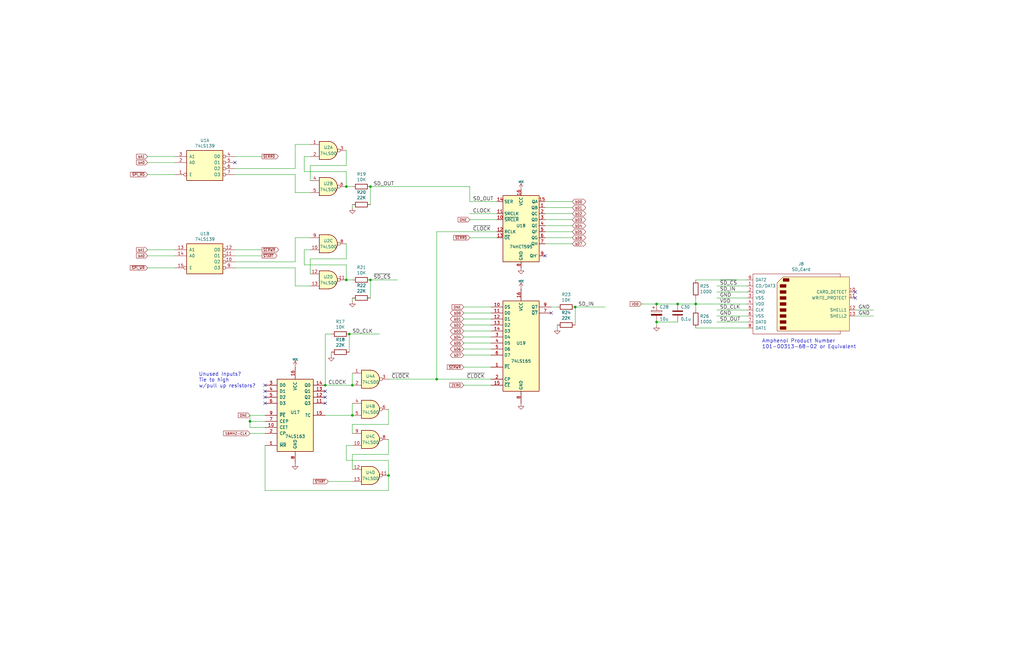
<source format=kicad_sch>
(kicad_sch (version 20211123) (generator eeschema)
  (paper "B")
  (lib_symbols
    (symbol "74xx:74HCT595"
      (property "Reference" "U" (at -7.62 13.97 0))
      (property "Value" "74HCT595" (at -7.62 -16.51 0))
      (symbol "74HCT595_1_0"
        (pin tri_state line (at 10.16 7.62 180) (length 2.54) (name "QB") (number "1"))
        (pin input line (at -10.16 2.54 0) (length 2.54) (name "~{SRCLR}") (number "10"))
        (pin input line (at -10.16 5.08 0) (length 2.54) (name "SRCLK") (number "11"))
        (pin input line (at -10.16 -2.54 0) (length 2.54) (name "RCLK") (number "12"))
        (pin input line (at -10.16 -5.08 0) (length 2.54) (name "~{OE}") (number "13"))
        (pin input line (at -10.16 10.16 0) (length 2.54) (name "SER") (number "14"))
        (pin tri_state line (at 10.16 10.16 180) (length 2.54) (name "QA") (number "15"))
        (pin power_in line (at 0 15.24 270) (length 2.54) (name "VCC") (number "16"))
        (pin tri_state line (at 10.16 5.08 180) (length 2.54) (name "QC") (number "2"))
        (pin tri_state line (at 10.16 2.54 180) (length 2.54) (name "QD") (number "3"))
        (pin tri_state line (at 10.16 0 180) (length 2.54) (name "QE") (number "4"))
        (pin tri_state line (at 10.16 -2.54 180) (length 2.54) (name "QF") (number "5"))
        (pin tri_state line (at 10.16 -5.08 180) (length 2.54) (name "QG") (number "6"))
        (pin tri_state line (at 10.16 -7.62 180) (length 2.54) (name "QH") (number "7"))
        (pin power_in line (at 0 -17.78 90) (length 2.54) (name "GND") (number "8"))
        (pin output line (at 10.16 -12.7 180) (length 2.54) (name "QH'") (number "9"))
      )
      (symbol "74HCT595_1_1"
        (rectangle (start -7.62 12.7) (end 7.62 -15.24) (stroke (width 0.254)) (fill (type background)))
      )
    )
    (symbol "74xx:74LS00" (pin_names (offset 1.016))
      (property "Reference" "U" (at 0 1.27 0))
      (property "Value" "74LS00" (at 0 -1.27 0))
      (symbol "74LS00_1_1"
        (arc (start 0 -3.81) (mid 3.81 0) (end 0 3.81) (stroke (width 0.254)) (fill (type background)))
        (polyline (pts (xy 0 3.81) (xy -3.81 3.81) (xy -3.81 -3.81) (xy 0 -3.81)) (stroke (width 0.254)) (fill (type background)))
        (pin input line (at -7.62 2.54 0) (length 3.81) (name "~") (number "1"))
        (pin input line (at -7.62 -2.54 0) (length 3.81) (name "~") (number "2"))
        (pin output inverted (at 7.62 0 180) (length 3.81) (name "~") (number "3"))
      )
      (symbol "74LS00_1_2"
        (arc (start -3.81 -3.81) (mid -2.589 0) (end -3.81 3.81) (stroke (width 0.254)))
        (arc (start -0.6096 -3.81) (mid 2.1842 -2.5851) (end 3.81 0) (stroke (width 0.254)) (fill (type background)))
        (polyline (pts (xy -3.81 -3.81) (xy -0.635 -3.81)) (stroke (width 0.254)) (fill (type background)))
        (polyline (pts (xy -3.81 3.81) (xy -0.635 3.81)) (stroke (width 0.254)) (fill (type background)))
        (polyline (pts (xy -0.635 3.81) (xy -3.81 3.81) (xy -3.81 3.81) (xy -3.556 3.4036) (xy -3.0226 2.2606) (xy -2.6924 1.0414) (xy -2.6162 -0.254) (xy -2.7686 -1.4986) (xy -3.175 -2.7178) (xy -3.81 -3.81) (xy -3.81 -3.81) (xy -0.635 -3.81)) (stroke (width -25.4)) (fill (type background)))
        (arc (start 3.81 0) (mid 2.1915 2.5936) (end -0.6096 3.81) (stroke (width 0.254)) (fill (type background)))
        (pin input inverted (at -7.62 2.54 0) (length 4.318) (name "~") (number "1"))
        (pin input inverted (at -7.62 -2.54 0) (length 4.318) (name "~") (number "2"))
        (pin output line (at 7.62 0 180) (length 3.81) (name "~") (number "3"))
      )
      (symbol "74LS00_2_1"
        (arc (start 0 -3.81) (mid 3.81 0) (end 0 3.81) (stroke (width 0.254)) (fill (type background)))
        (polyline (pts (xy 0 3.81) (xy -3.81 3.81) (xy -3.81 -3.81) (xy 0 -3.81)) (stroke (width 0.254)) (fill (type background)))
        (pin input line (at -7.62 2.54 0) (length 3.81) (name "~") (number "4"))
        (pin input line (at -7.62 -2.54 0) (length 3.81) (name "~") (number "5"))
        (pin output inverted (at 7.62 0 180) (length 3.81) (name "~") (number "6"))
      )
      (symbol "74LS00_2_2"
        (arc (start -3.81 -3.81) (mid -2.589 0) (end -3.81 3.81) (stroke (width 0.254)))
        (arc (start -0.6096 -3.81) (mid 2.1842 -2.5851) (end 3.81 0) (stroke (width 0.254)) (fill (type background)))
        (polyline (pts (xy -3.81 -3.81) (xy -0.635 -3.81)) (stroke (width 0.254)) (fill (type background)))
        (polyline (pts (xy -3.81 3.81) (xy -0.635 3.81)) (stroke (width 0.254)) (fill (type background)))
        (polyline (pts (xy -0.635 3.81) (xy -3.81 3.81) (xy -3.81 3.81) (xy -3.556 3.4036) (xy -3.0226 2.2606) (xy -2.6924 1.0414) (xy -2.6162 -0.254) (xy -2.7686 -1.4986) (xy -3.175 -2.7178) (xy -3.81 -3.81) (xy -3.81 -3.81) (xy -0.635 -3.81)) (stroke (width -25.4)) (fill (type background)))
        (arc (start 3.81 0) (mid 2.1915 2.5936) (end -0.6096 3.81) (stroke (width 0.254)) (fill (type background)))
        (pin input inverted (at -7.62 2.54 0) (length 4.318) (name "~") (number "4"))
        (pin input inverted (at -7.62 -2.54 0) (length 4.318) (name "~") (number "5"))
        (pin output line (at 7.62 0 180) (length 3.81) (name "~") (number "6"))
      )
      (symbol "74LS00_3_1"
        (arc (start 0 -3.81) (mid 3.81 0) (end 0 3.81) (stroke (width 0.254)) (fill (type background)))
        (polyline (pts (xy 0 3.81) (xy -3.81 3.81) (xy -3.81 -3.81) (xy 0 -3.81)) (stroke (width 0.254)) (fill (type background)))
        (pin input line (at -7.62 -2.54 0) (length 3.81) (name "~") (number "10"))
        (pin output inverted (at 7.62 0 180) (length 3.81) (name "~") (number "8"))
        (pin input line (at -7.62 2.54 0) (length 3.81) (name "~") (number "9"))
      )
      (symbol "74LS00_3_2"
        (arc (start -3.81 -3.81) (mid -2.589 0) (end -3.81 3.81) (stroke (width 0.254)))
        (arc (start -0.6096 -3.81) (mid 2.1842 -2.5851) (end 3.81 0) (stroke (width 0.254)) (fill (type background)))
        (polyline (pts (xy -3.81 -3.81) (xy -0.635 -3.81)) (stroke (width 0.254)) (fill (type background)))
        (polyline (pts (xy -3.81 3.81) (xy -0.635 3.81)) (stroke (width 0.254)) (fill (type background)))
        (polyline (pts (xy -0.635 3.81) (xy -3.81 3.81) (xy -3.81 3.81) (xy -3.556 3.4036) (xy -3.0226 2.2606) (xy -2.6924 1.0414) (xy -2.6162 -0.254) (xy -2.7686 -1.4986) (xy -3.175 -2.7178) (xy -3.81 -3.81) (xy -3.81 -3.81) (xy -0.635 -3.81)) (stroke (width -25.4)) (fill (type background)))
        (arc (start 3.81 0) (mid 2.1915 2.5936) (end -0.6096 3.81) (stroke (width 0.254)) (fill (type background)))
        (pin input inverted (at -7.62 -2.54 0) (length 4.318) (name "~") (number "10"))
        (pin output line (at 7.62 0 180) (length 3.81) (name "~") (number "8"))
        (pin input inverted (at -7.62 2.54 0) (length 4.318) (name "~") (number "9"))
      )
      (symbol "74LS00_4_1"
        (arc (start 0 -3.81) (mid 3.81 0) (end 0 3.81) (stroke (width 0.254)) (fill (type background)))
        (polyline (pts (xy 0 3.81) (xy -3.81 3.81) (xy -3.81 -3.81) (xy 0 -3.81)) (stroke (width 0.254)) (fill (type background)))
        (pin output inverted (at 7.62 0 180) (length 3.81) (name "~") (number "11"))
        (pin input line (at -7.62 2.54 0) (length 3.81) (name "~") (number "12"))
        (pin input line (at -7.62 -2.54 0) (length 3.81) (name "~") (number "13"))
      )
      (symbol "74LS00_4_2"
        (arc (start -3.81 -3.81) (mid -2.589 0) (end -3.81 3.81) (stroke (width 0.254)))
        (arc (start -0.6096 -3.81) (mid 2.1842 -2.5851) (end 3.81 0) (stroke (width 0.254)) (fill (type background)))
        (polyline (pts (xy -3.81 -3.81) (xy -0.635 -3.81)) (stroke (width 0.254)) (fill (type background)))
        (polyline (pts (xy -3.81 3.81) (xy -0.635 3.81)) (stroke (width 0.254)) (fill (type background)))
        (polyline (pts (xy -0.635 3.81) (xy -3.81 3.81) (xy -3.81 3.81) (xy -3.556 3.4036) (xy -3.0226 2.2606) (xy -2.6924 1.0414) (xy -2.6162 -0.254) (xy -2.7686 -1.4986) (xy -3.175 -2.7178) (xy -3.81 -3.81) (xy -3.81 -3.81) (xy -0.635 -3.81)) (stroke (width -25.4)) (fill (type background)))
        (arc (start 3.81 0) (mid 2.1915 2.5936) (end -0.6096 3.81) (stroke (width 0.254)) (fill (type background)))
        (pin output line (at 7.62 0 180) (length 3.81) (name "~") (number "11"))
        (pin input inverted (at -7.62 2.54 0) (length 4.318) (name "~") (number "12"))
        (pin input inverted (at -7.62 -2.54 0) (length 4.318) (name "~") (number "13"))
      )
      (symbol "74LS00_5_0"
        (pin power_in line (at 0 12.7 270) (length 5.08) (name "VCC") (number "14"))
        (pin power_in line (at 0 -12.7 90) (length 5.08) (name "GND") (number "7"))
      )
      (symbol "74LS00_5_1"
        (rectangle (start -5.08 7.62) (end 5.08 -7.62) (stroke (width 0.254)) (fill (type background)))
      )
    )
    (symbol "74xx:74LS139" (pin_names (offset 1.016))
      (property "Reference" "U" (at -7.62 8.89 0))
      (property "Value" "74LS139" (at -7.62 -8.89 0))
      (symbol "74LS139_1_0"
        (pin input inverted (at -12.7 -5.08 0) (length 5.08) (name "E") (number "1"))
        (pin input line (at -12.7 0 0) (length 5.08) (name "A0") (number "2"))
        (pin input line (at -12.7 2.54 0) (length 5.08) (name "A1") (number "3"))
        (pin output inverted (at 12.7 2.54 180) (length 5.08) (name "O0") (number "4"))
        (pin output inverted (at 12.7 0 180) (length 5.08) (name "O1") (number "5"))
        (pin output inverted (at 12.7 -2.54 180) (length 5.08) (name "O2") (number "6"))
        (pin output inverted (at 12.7 -5.08 180) (length 5.08) (name "O3") (number "7"))
      )
      (symbol "74LS139_1_1"
        (rectangle (start -7.62 5.08) (end 7.62 -7.62) (stroke (width 0.254)) (fill (type background)))
      )
      (symbol "74LS139_2_0"
        (pin output inverted (at 12.7 -2.54 180) (length 5.08) (name "O2") (number "10"))
        (pin output inverted (at 12.7 0 180) (length 5.08) (name "O1") (number "11"))
        (pin output inverted (at 12.7 2.54 180) (length 5.08) (name "O0") (number "12"))
        (pin input line (at -12.7 2.54 0) (length 5.08) (name "A1") (number "13"))
        (pin input line (at -12.7 0 0) (length 5.08) (name "A0") (number "14"))
        (pin input inverted (at -12.7 -5.08 0) (length 5.08) (name "E") (number "15"))
        (pin output inverted (at 12.7 -5.08 180) (length 5.08) (name "O3") (number "9"))
      )
      (symbol "74LS139_2_1"
        (rectangle (start -7.62 5.08) (end 7.62 -7.62) (stroke (width 0.254)) (fill (type background)))
      )
      (symbol "74LS139_3_0"
        (pin power_in line (at 0 12.7 270) (length 5.08) (name "VCC") (number "16"))
        (pin power_in line (at 0 -12.7 90) (length 5.08) (name "GND") (number "8"))
      )
      (symbol "74LS139_3_1"
        (rectangle (start -5.08 7.62) (end 5.08 -7.62) (stroke (width 0.254)) (fill (type background)))
      )
    )
    (symbol "74xx:74LS163" (pin_names (offset 1.016))
      (property "Reference" "U" (at -7.62 16.51 0))
      (property "Value" "74LS163" (at -7.62 -16.51 0))
      (symbol "74LS163_1_0"
        (pin input line (at -12.7 -12.7 0) (length 5.08) (name "~{MR}") (number "1"))
        (pin input line (at -12.7 -5.08 0) (length 5.08) (name "CET") (number "10"))
        (pin output line (at 12.7 5.08 180) (length 5.08) (name "Q3") (number "11"))
        (pin output line (at 12.7 7.62 180) (length 5.08) (name "Q2") (number "12"))
        (pin output line (at 12.7 10.16 180) (length 5.08) (name "Q1") (number "13"))
        (pin output line (at 12.7 12.7 180) (length 5.08) (name "Q0") (number "14"))
        (pin output line (at 12.7 0 180) (length 5.08) (name "TC") (number "15"))
        (pin power_in line (at 0 20.32 270) (length 5.08) (name "VCC") (number "16"))
        (pin input line (at -12.7 -7.62 0) (length 5.08) (name "CP") (number "2"))
        (pin input line (at -12.7 12.7 0) (length 5.08) (name "D0") (number "3"))
        (pin input line (at -12.7 10.16 0) (length 5.08) (name "D1") (number "4"))
        (pin input line (at -12.7 7.62 0) (length 5.08) (name "D2") (number "5"))
        (pin input line (at -12.7 5.08 0) (length 5.08) (name "D3") (number "6"))
        (pin input line (at -12.7 -2.54 0) (length 5.08) (name "CEP") (number "7"))
        (pin power_in line (at 0 -20.32 90) (length 5.08) (name "GND") (number "8"))
        (pin input line (at -12.7 0 0) (length 5.08) (name "~{PE}") (number "9"))
      )
      (symbol "74LS163_1_1"
        (rectangle (start -7.62 15.24) (end 7.62 -15.24) (stroke (width 0.254)) (fill (type background)))
      )
    )
    (symbol "74xx:74LS165"
      (property "Reference" "U" (at -7.62 19.05 0))
      (property "Value" "74LS165" (at -7.62 -21.59 0))
      (symbol "74LS165_1_0"
        (pin input line (at -12.7 -10.16 0) (length 5.08) (name "~{PL}") (number "1"))
        (pin input line (at -12.7 15.24 0) (length 5.08) (name "DS") (number "10"))
        (pin input line (at -12.7 12.7 0) (length 5.08) (name "D0") (number "11"))
        (pin input line (at -12.7 10.16 0) (length 5.08) (name "D1") (number "12"))
        (pin input line (at -12.7 7.62 0) (length 5.08) (name "D2") (number "13"))
        (pin input line (at -12.7 5.08 0) (length 5.08) (name "D3") (number "14"))
        (pin input line (at -12.7 -17.78 0) (length 5.08) (name "~{CE}") (number "15"))
        (pin power_in line (at 0 22.86 270) (length 5.08) (name "VCC") (number "16"))
        (pin input line (at -12.7 -15.24 0) (length 5.08) (name "CP") (number "2"))
        (pin input line (at -12.7 2.54 0) (length 5.08) (name "D4") (number "3"))
        (pin input line (at -12.7 0 0) (length 5.08) (name "D5") (number "4"))
        (pin input line (at -12.7 -2.54 0) (length 5.08) (name "D6") (number "5"))
        (pin input line (at -12.7 -5.08 0) (length 5.08) (name "D7") (number "6"))
        (pin output line (at 12.7 12.7 180) (length 5.08) (name "~{Q7}") (number "7"))
        (pin power_in line (at 0 -25.4 90) (length 5.08) (name "GND") (number "8"))
        (pin output line (at 12.7 15.24 180) (length 5.08) (name "Q7") (number "9"))
      )
      (symbol "74LS165_1_1"
        (rectangle (start -7.62 17.78) (end 7.62 -20.32) (stroke (width 0.254)) (fill (type background)))
      )
    )
    (symbol "Connector:SD_Card" (pin_names (offset 1.016))
      (property "Reference" "J" (at -16.51 13.97 0))
      (property "Value" "SD_Card" (at 15.24 -13.97 0))
      (symbol "SD_Card_0_1"
        (rectangle (start -8.89 -9.525) (end -6.35 -10.795) (fill (type outline)))
        (rectangle (start -8.89 -6.985) (end -6.35 -8.255) (fill (type outline)))
        (rectangle (start -8.89 -4.445) (end -6.35 -5.715) (fill (type outline)))
        (rectangle (start -8.89 -1.905) (end -6.35 -3.175) (fill (type outline)))
        (rectangle (start -8.89 0.635) (end -6.35 -0.635) (fill (type outline)))
        (rectangle (start -8.89 3.175) (end -6.35 1.905) (fill (type outline)))
        (rectangle (start -8.89 5.715) (end -6.35 4.445) (fill (type outline)))
        (rectangle (start -8.89 8.255) (end -6.35 6.985) (fill (type outline)))
        (rectangle (start -7.62 10.795) (end -5.08 9.525) (fill (type outline)))
        (polyline (pts (xy -10.16 8.89) (xy -7.62 11.43) (xy 20.32 11.43) (xy 20.32 -11.43) (xy -10.16 -11.43) (xy -10.16 8.89)) (fill (type background)))
        (polyline (pts (xy 16.51 11.43) (xy 16.51 12.7) (xy -20.32 12.7) (xy -20.32 -12.7) (xy 16.51 -12.7) (xy 16.51 -11.43)))
      )
      (symbol "SD_Card_1_1"
        (pin input line (at -22.86 7.62 0) (length 2.54) (name "CD/DAT3") (number "1"))
        (pin input line (at 22.86 5.08 180) (length 2.54) (name "CARD_DETECT") (number "10"))
        (pin input line (at 22.86 2.54 180) (length 2.54) (name "WRITE_PROTECT") (number "11"))
        (pin input line (at 22.86 -2.54 180) (length 2.54) (name "SHELL1") (number "12"))
        (pin input line (at 22.86 -5.08 180) (length 2.54) (name "SHELL2") (number "13"))
        (pin input line (at -22.86 5.08 0) (length 2.54) (name "CMD") (number "2"))
        (pin power_in line (at -22.86 2.54 0) (length 2.54) (name "VSS") (number "3"))
        (pin power_in line (at -22.86 0 0) (length 2.54) (name "VDD") (number "4"))
        (pin input line (at -22.86 -2.54 0) (length 2.54) (name "CLK") (number "5"))
        (pin power_in line (at -22.86 -5.08 0) (length 2.54) (name "VSS") (number "6"))
        (pin input line (at -22.86 -7.62 0) (length 2.54) (name "DAT0") (number "7"))
        (pin input line (at -22.86 -10.16 0) (length 2.54) (name "DAT1") (number "8"))
        (pin input line (at -22.86 10.16 0) (length 2.54) (name "DAT2") (number "9"))
      )
    )
    (symbol "Device:C" (pin_numbers hide) (pin_names (offset 0.254))
      (property "Reference" "C" (at 0.635 2.54 0))
      (property "Value" "C" (at 0.635 -2.54 0))
      (symbol "C_0_1"
        (polyline (pts (xy -2.032 -0.762) (xy 2.032 -0.762)) (stroke (width 0.508)))
        (polyline (pts (xy -2.032 0.762) (xy 2.032 0.762)) (stroke (width 0.508)))
      )
      (symbol "C_1_1"
        (pin passive line (at 0 3.81 270) (length 2.794) (name "~") (number "1"))
        (pin passive line (at 0 -3.81 90) (length 2.794) (name "~") (number "2"))
      )
    )
    (symbol "Device:C_Polarized" (pin_numbers hide) (pin_names (offset 0.254))
      (property "Reference" "C" (at 0.635 2.54 0))
      (property "Value" "C_Polarized" (at 0.635 -2.54 0))
      (symbol "C_Polarized_0_1"
        (rectangle (start -2.286 0.508) (end 2.286 1.016))
        (polyline (pts (xy -1.778 2.286) (xy -0.762 2.286)))
        (polyline (pts (xy -1.27 2.794) (xy -1.27 1.778)))
        (rectangle (start 2.286 -0.508) (end -2.286 -1.016) (fill (type outline)))
      )
      (symbol "C_Polarized_1_1"
        (pin passive line (at 0 3.81 270) (length 2.794) (name "~") (number "1"))
        (pin passive line (at 0 -3.81 90) (length 2.794) (name "~") (number "2"))
      )
    )
    (symbol "Device:R" (pin_numbers hide) (pin_names (offset 0))
      (property "Reference" "R" (at 2.032 0 90))
      (property "Value" "R" (at 0 0 90))
      (symbol "R_0_1"
        (rectangle (start -1.016 -2.54) (end 1.016 2.54) (stroke (width 0.254)))
      )
      (symbol "R_1_1"
        (pin passive line (at 0 3.81 270) (length 1.27) (name "~") (number "1"))
        (pin passive line (at 0 -3.81 90) (length 1.27) (name "~") (number "2"))
      )
    )
    (symbol "power:GND" (power) (pin_names (offset 0))
      (property "Value" "GND" (at 0 -3.81 0))
      (symbol "GND_0_1"
        (polyline (pts (xy 0 0) (xy 0 -1.27) (xy 1.27 -1.27) (xy 0 -2.54) (xy -1.27 -1.27) (xy 0 -1.27)))
      )
      (symbol "GND_1_1"
        (pin power_in line (at 0 0 270) (length 0) hide (name "GND") (number "1"))
      )
    )
    (symbol "power:VCC" (power) (pin_names (offset 0))
      (property "Value" "VCC" (at 0 3.81 0))
      (symbol "VCC_0_1"
        (polyline (pts (xy -0.762 1.27) (xy 0 2.54)))
        (polyline (pts (xy 0 0) (xy 0 2.54)))
        (polyline (pts (xy 0 2.54) (xy 0.762 1.27)))
      )
      (symbol "VCC_1_1"
        (pin power_in line (at 0 0 90) (length 0) hide (name "VCC") (number "1"))
      )
    )
  )
  (junction (at 148.59 175.26))
  (junction (at 105.41 177.8))
  (junction (at 242.57 129.54))
  (junction (at 137.16 162.56))
  (junction (at 276.86 135.89))
  (junction (at 146.05 118.11))
  (junction (at 293.37 128.27))
  (junction (at 148.59 162.56))
  (junction (at 184.15 160.02))
  (junction (at 163.83 200.66))
  (junction (at 276.86 128.27))
  (junction (at 285.75 128.27))
  (junction (at 156.21 78.74))
  (junction (at 156.21 118.11))
  (junction (at 147.32 140.97))
  (junction (at 146.05 78.74))
  (no_connect (at 99.06 68.58))
  (no_connect (at 137.16 170.18))
  (no_connect (at 137.16 167.64))
  (no_connect (at 360.68 123.19))
  (no_connect (at 111.76 170.18))
  (no_connect (at 111.76 165.1))
  (no_connect (at 137.16 165.1))
  (no_connect (at 360.68 125.73))
  (no_connect (at 111.76 162.56))
  (no_connect (at 229.87 107.95))
  (no_connect (at 111.76 167.64))
  (no_connect (at 232.41 132.08))
  (wire (pts (xy 148.59 175.26) (xy 148.59 170.18)))
  (wire (pts (xy 293.37 128.27) (xy 293.37 125.73)))
  (wire (pts (xy 163.83 185.42) (xy 163.83 191.77)))
  (wire (pts (xy 146.05 118.11) (xy 148.59 118.11)))
  (wire (pts (xy 195.58 134.62) (xy 207.01 134.62)))
  (wire (pts (xy 229.87 100.33) (xy 241.3 100.33)))
  (wire (pts (xy 99.06 66.04) (xy 110.49 66.04)))
  (wire (pts (xy 293.37 138.43) (xy 314.96 138.43)))
  (wire (pts (xy 146.05 109.22) (xy 146.05 102.87)))
  (wire (pts (xy 105.41 180.34) (xy 111.76 180.34)))
  (wire (pts (xy 130.81 115.57) (xy 130.81 109.22)))
  (wire (pts (xy 99.06 110.49) (xy 124.46 110.49)))
  (wire (pts (xy 195.58 129.54) (xy 207.01 129.54)))
  (wire (pts (xy 232.41 129.54) (xy 234.95 129.54)))
  (wire (pts (xy 195.58 139.7) (xy 207.01 139.7)))
  (wire (pts (xy 163.83 194.31) (xy 146.05 194.31)))
  (wire (pts (xy 163.83 179.07) (xy 148.59 179.07)))
  (wire (pts (xy 99.06 105.41) (xy 110.49 105.41)))
  (wire (pts (xy 62.23 66.04) (xy 73.66 66.04)))
  (wire (pts (xy 128.27 72.39) (xy 146.05 72.39)))
  (wire (pts (xy 198.12 90.17) (xy 209.55 90.17)))
  (wire (pts (xy 229.87 92.71) (xy 241.3 92.71)))
  (wire (pts (xy 229.87 90.17) (xy 241.3 90.17)))
  (wire (pts (xy 124.46 120.65) (xy 130.81 120.65)))
  (wire (pts (xy 184.15 160.02) (xy 184.15 97.79)))
  (wire (pts (xy 148.59 191.77) (xy 148.59 198.12)))
  (wire (pts (xy 195.58 132.08) (xy 207.01 132.08)))
  (wire (pts (xy 99.06 73.66) (xy 124.46 73.66)))
  (wire (pts (xy 130.81 69.85) (xy 146.05 69.85)))
  (wire (pts (xy 184.15 160.02) (xy 207.01 160.02)))
  (wire (pts (xy 148.59 162.56) (xy 148.59 157.48)))
  (wire (pts (xy 99.06 107.95) (xy 110.49 107.95)))
  (wire (pts (xy 62.23 68.58) (xy 73.66 68.58)))
  (wire (pts (xy 314.96 125.73) (xy 302.26 125.73)))
  (wire (pts (xy 163.83 191.77) (xy 148.59 191.77)))
  (wire (pts (xy 314.96 123.19) (xy 302.26 123.19)))
  (wire (pts (xy 368.3 133.35) (xy 360.68 133.35)))
  (wire (pts (xy 163.83 207.01) (xy 163.83 200.66)))
  (wire (pts (xy 198.12 100.33) (xy 209.55 100.33)))
  (wire (pts (xy 368.3 130.81) (xy 360.68 130.81)))
  (wire (pts (xy 124.46 81.28) (xy 130.81 81.28)))
  (wire (pts (xy 148.59 87.63) (xy 148.59 86.36)))
  (wire (pts (xy 156.21 118.11) (xy 167.64 118.11)))
  (wire (pts (xy 128.27 105.41) (xy 128.27 111.76)))
  (wire (pts (xy 99.06 113.03) (xy 124.46 113.03)))
  (wire (pts (xy 156.21 125.73) (xy 156.21 118.11)))
  (wire (pts (xy 314.96 133.35) (xy 302.26 133.35)))
  (wire (pts (xy 130.81 100.33) (xy 124.46 100.33)))
  (wire (pts (xy 255.27 129.54) (xy 242.57 129.54)))
  (wire (pts (xy 138.43 203.2) (xy 148.59 203.2)))
  (wire (pts (xy 163.83 160.02) (xy 184.15 160.02)))
  (wire (pts (xy 111.76 187.96) (xy 111.76 207.01)))
  (wire (pts (xy 229.87 85.09) (xy 241.3 85.09)))
  (wire (pts (xy 62.23 107.95) (xy 73.66 107.95)))
  (wire (pts (xy 314.96 128.27) (xy 293.37 128.27)))
  (wire (pts (xy 146.05 111.76) (xy 146.05 118.11)))
  (wire (pts (xy 148.59 125.73) (xy 148.59 127)))
  (wire (pts (xy 147.32 148.59) (xy 147.32 140.97)))
  (wire (pts (xy 130.81 109.22) (xy 146.05 109.22)))
  (wire (pts (xy 195.58 142.24) (xy 207.01 142.24)))
  (wire (pts (xy 146.05 187.96) (xy 148.59 187.96)))
  (wire (pts (xy 137.16 140.97) (xy 139.7 140.97)))
  (wire (pts (xy 130.81 60.96) (xy 124.46 60.96)))
  (wire (pts (xy 314.96 135.89) (xy 302.26 135.89)))
  (wire (pts (xy 209.55 85.09) (xy 198.12 85.09)))
  (wire (pts (xy 137.16 175.26) (xy 148.59 175.26)))
  (wire (pts (xy 156.21 86.36) (xy 156.21 78.74)))
  (wire (pts (xy 198.12 92.71) (xy 209.55 92.71)))
  (wire (pts (xy 285.75 128.27) (xy 293.37 128.27)))
  (wire (pts (xy 163.83 200.66) (xy 163.83 194.31)))
  (wire (pts (xy 198.12 78.74) (xy 198.12 85.09)))
  (wire (pts (xy 160.02 140.97) (xy 147.32 140.97)))
  (wire (pts (xy 195.58 144.78) (xy 207.01 144.78)))
  (wire (pts (xy 105.41 175.26) (xy 105.41 177.8)))
  (wire (pts (xy 137.16 162.56) (xy 137.16 140.97)))
  (wire (pts (xy 146.05 72.39) (xy 146.05 78.74)))
  (wire (pts (xy 229.87 102.87) (xy 241.3 102.87)))
  (wire (pts (xy 276.86 128.27) (xy 285.75 128.27)))
  (wire (pts (xy 156.21 78.74) (xy 198.12 78.74)))
  (wire (pts (xy 128.27 111.76) (xy 146.05 111.76)))
  (wire (pts (xy 314.96 120.65) (xy 302.26 120.65)))
  (wire (pts (xy 137.16 162.56) (xy 148.59 162.56)))
  (wire (pts (xy 130.81 76.2) (xy 130.81 69.85)))
  (wire (pts (xy 146.05 78.74) (xy 148.59 78.74)))
  (wire (pts (xy 130.81 66.04) (xy 128.27 66.04)))
  (wire (pts (xy 146.05 194.31) (xy 146.05 187.96)))
  (wire (pts (xy 148.59 179.07) (xy 148.59 182.88)))
  (wire (pts (xy 184.15 97.79) (xy 209.55 97.79)))
  (wire (pts (xy 62.23 105.41) (xy 73.66 105.41)))
  (wire (pts (xy 62.23 73.66) (xy 73.66 73.66)))
  (wire (pts (xy 124.46 113.03) (xy 124.46 120.65)))
  (wire (pts (xy 139.7 148.59) (xy 139.7 149.86)))
  (wire (pts (xy 128.27 66.04) (xy 128.27 72.39)))
  (wire (pts (xy 62.23 113.03) (xy 73.66 113.03)))
  (wire (pts (xy 124.46 100.33) (xy 124.46 110.49)))
  (wire (pts (xy 242.57 137.16) (xy 242.57 129.54)))
  (wire (pts (xy 146.05 69.85) (xy 146.05 63.5)))
  (wire (pts (xy 105.41 175.26) (xy 111.76 175.26)))
  (wire (pts (xy 229.87 87.63) (xy 241.3 87.63)))
  (wire (pts (xy 130.81 105.41) (xy 128.27 105.41)))
  (wire (pts (xy 276.86 135.89) (xy 285.75 135.89)))
  (wire (pts (xy 163.83 172.72) (xy 163.83 179.07)))
  (wire (pts (xy 314.96 130.81) (xy 302.26 130.81)))
  (wire (pts (xy 195.58 154.94) (xy 207.01 154.94)))
  (wire (pts (xy 293.37 128.27) (xy 293.37 130.81)))
  (wire (pts (xy 276.86 137.16) (xy 276.86 135.89)))
  (wire (pts (xy 111.76 207.01) (xy 163.83 207.01)))
  (wire (pts (xy 105.41 182.88) (xy 111.76 182.88)))
  (wire (pts (xy 234.95 137.16) (xy 234.95 138.43)))
  (wire (pts (xy 99.06 71.12) (xy 124.46 71.12)))
  (wire (pts (xy 195.58 147.32) (xy 207.01 147.32)))
  (wire (pts (xy 105.41 177.8) (xy 105.41 180.34)))
  (wire (pts (xy 207.01 162.56) (xy 195.58 162.56)))
  (wire (pts (xy 270.51 128.27) (xy 276.86 128.27)))
  (wire (pts (xy 229.87 97.79) (xy 241.3 97.79)))
  (wire (pts (xy 195.58 137.16) (xy 207.01 137.16)))
  (wire (pts (xy 105.41 177.8) (xy 111.76 177.8)))
  (wire (pts (xy 124.46 60.96) (xy 124.46 71.12)))
  (wire (pts (xy 229.87 95.25) (xy 241.3 95.25)))
  (wire (pts (xy 195.58 149.86) (xy 207.01 149.86)))
  (wire (pts (xy 293.37 118.11) (xy 314.96 118.11)))
  (wire (pts (xy 124.46 73.66) (xy 124.46 81.28)))
  (text "Unused Inputs?\nTie to high \nw/pull up resistors?" (at 83.82 163.83 0) (effects (font (size 1.524 1.524)) (justify left bottom)))
  (text "Amphenol Product Number \n101-00313-68-02 or Equivalent" (at 321.31 147.32 0) (effects (font (size 1.524 1.524)) (justify left bottom)))
  (label "VDD" (at 303.53 128.27 0) (effects (font (size 1.524 1.524))))
  (label "GND" (at 361.95 133.35 0) (effects (font (size 1.524 1.524))))
  (label "SD_CLK" (at 148.59 140.97 0) (effects (font (size 1.524 1.524))))
  (label "GND" (at 303.53 133.35 0) (effects (font (size 1.524 1.524))))
  (label "~{SD_CS}" (at 303.53 120.65 0) (effects (font (size 1.524 1.524))))
  (label "GND" (at 361.95 130.81 0) (effects (font (size 1.524 1.524))))
  (label "GND" (at 303.53 125.73 0) (effects (font (size 1.524 1.524))))
  (label "~{CLOCK}" (at 196.85 160.02 0) (effects (font (size 1.524 1.524))))
  (label "~{SD_CS}" (at 157.48 118.11 0) (effects (font (size 1.524 1.524))))
  (label "SD_IN" (at 243.84 129.54 0) (effects (font (size 1.524 1.524))))
  (label "SD_CLK" (at 303.53 130.81 0) (effects (font (size 1.524 1.524))))
  (label "CLOCK" (at 138.43 162.56 0) (effects (font (size 1.524 1.524))))
  (label "SD_OUT" (at 303.53 135.89 0) (effects (font (size 1.524 1.524))))
  (label "~{CLOCK}" (at 199.39 97.79 0) (effects (font (size 1.524 1.524))))
  (label "SD_IN" (at 303.53 123.19 0) (effects (font (size 1.524 1.524))))
  (label "~{CLOCK}" (at 165.1 160.02 0) (effects (font (size 1.524 1.524))))
  (label "SD_OUT" (at 157.48 78.74 0) (effects (font (size 1.524 1.524))))
  (label "SD_OUT" (at 199.39 85.09 0) (effects (font (size 1.524 1.524))))
  (label "CLOCK" (at 199.39 90.17 0) (effects (font (size 1.524 1.524))))
  (global_label "bA0" (shape input) (at 62.23 107.95 180) (effects (font (size 1.016 1.016))) (property "Intersheet References" "${INTERSHEET_REFS}" (effects hide)))
  (global_label "bA1" (shape input) (at 62.23 105.41 180) (effects (font (size 1.016 1.016))) (property "Intersheet References" "${INTERSHEET_REFS}" (effects hide)))
  (global_label "~{START}" (shape output) (at 110.49 107.95 0) (effects (font (size 1.016 1.016))) (property "Intersheet References" "${INTERSHEET_REFS}" (effects hide)))
  (global_label "16MHZ-CLK" (shape input) (at 105.41 182.88 180) (effects (font (size 1.016 1.016))) (property "Intersheet References" "${INTERSHEET_REFS}" (effects hide)))
  (global_label "ZERO" (shape input) (at 195.58 162.56 180) (effects (font (size 1.016 1.016))) (property "Intersheet References" "${INTERSHEET_REFS}" (effects hide)))
  (global_label "bD1" (shape bidirectional) (at 195.58 134.62 180) (effects (font (size 1.016 1.016))) (property "Intersheet References" "${INTERSHEET_REFS}" (effects hide)))
  (global_label "bD5" (shape bidirectional) (at 241.3 97.79 0) (effects (font (size 1.016 1.016))) (property "Intersheet References" "${INTERSHEET_REFS}" (effects hide)))
  (global_label "bD4" (shape bidirectional) (at 195.58 142.24 180) (effects (font (size 1.016 1.016))) (property "Intersheet References" "${INTERSHEET_REFS}" (effects hide)))
  (global_label "bD2" (shape bidirectional) (at 241.3 90.17 0) (effects (font (size 1.016 1.016))) (property "Intersheet References" "${INTERSHEET_REFS}" (effects hide)))
  (global_label "bD5" (shape bidirectional) (at 195.58 144.78 180) (effects (font (size 1.016 1.016))) (property "Intersheet References" "${INTERSHEET_REFS}" (effects hide)))
  (global_label "VDD" (shape input) (at 270.51 128.27 180) (effects (font (size 1.016 1.016))) (property "Intersheet References" "${INTERSHEET_REFS}" (effects hide)))
  (global_label "bD7" (shape bidirectional) (at 241.3 102.87 0) (effects (font (size 1.016 1.016))) (property "Intersheet References" "${INTERSHEET_REFS}" (effects hide)))
  (global_label "ONE" (shape input) (at 195.58 129.54 180) (effects (font (size 1.016 1.016))) (property "Intersheet References" "${INTERSHEET_REFS}" (effects hide)))
  (global_label "~{START}" (shape input) (at 138.43 203.2 180) (effects (font (size 1.016 1.016))) (property "Intersheet References" "${INTERSHEET_REFS}" (effects hide)))
  (global_label "bA1" (shape input) (at 62.23 66.04 180) (effects (font (size 1.016 1.016))) (property "Intersheet References" "${INTERSHEET_REFS}" (effects hide)))
  (global_label "bD0" (shape bidirectional) (at 195.58 132.08 180) (effects (font (size 1.016 1.016))) (property "Intersheet References" "${INTERSHEET_REFS}" (effects hide)))
  (global_label "~{SERRD}" (shape output) (at 110.49 66.04 0) (effects (font (size 1.016 1.016))) (property "Intersheet References" "${INTERSHEET_REFS}" (effects hide)))
  (global_label "~{SPI_RD}" (shape input) (at 62.23 73.66 180) (effects (font (size 1.016 1.016))) (property "Intersheet References" "${INTERSHEET_REFS}" (effects hide)))
  (global_label "bD3" (shape bidirectional) (at 195.58 139.7 180) (effects (font (size 1.016 1.016))) (property "Intersheet References" "${INTERSHEET_REFS}" (effects hide)))
  (global_label "bD4" (shape bidirectional) (at 241.3 95.25 0) (effects (font (size 1.016 1.016))) (property "Intersheet References" "${INTERSHEET_REFS}" (effects hide)))
  (global_label "~{SERRD}" (shape input) (at 198.12 100.33 180) (effects (font (size 1.016 1.016))) (property "Intersheet References" "${INTERSHEET_REFS}" (effects hide)))
  (global_label "bD3" (shape bidirectional) (at 241.3 92.71 0) (effects (font (size 1.016 1.016))) (property "Intersheet References" "${INTERSHEET_REFS}" (effects hide)))
  (global_label "bA0" (shape input) (at 62.23 68.58 180) (effects (font (size 1.016 1.016))) (property "Intersheet References" "${INTERSHEET_REFS}" (effects hide)))
  (global_label "~{SERWR}" (shape output) (at 110.49 105.41 0) (effects (font (size 1.016 1.016))) (property "Intersheet References" "${INTERSHEET_REFS}" (effects hide)))
  (global_label "bD0" (shape bidirectional) (at 241.3 85.09 0) (effects (font (size 1.016 1.016))) (property "Intersheet References" "${INTERSHEET_REFS}" (effects hide)))
  (global_label "ONE" (shape input) (at 105.41 175.26 180) (effects (font (size 1.016 1.016))) (property "Intersheet References" "${INTERSHEET_REFS}" (effects hide)))
  (global_label "ONE" (shape input) (at 198.12 92.71 180) (effects (font (size 1.016 1.016))) (property "Intersheet References" "${INTERSHEET_REFS}" (effects hide)))
  (global_label "bD6" (shape bidirectional) (at 241.3 100.33 0) (effects (font (size 1.016 1.016))) (property "Intersheet References" "${INTERSHEET_REFS}" (effects hide)))
  (global_label "bD2" (shape bidirectional) (at 195.58 137.16 180) (effects (font (size 1.016 1.016))) (property "Intersheet References" "${INTERSHEET_REFS}" (effects hide)))
  (global_label "~{SPI_WR}" (shape input) (at 62.23 113.03 180) (effects (font (size 1.016 1.016))) (property "Intersheet References" "${INTERSHEET_REFS}" (effects hide)))
  (global_label "~{SERWR}" (shape input) (at 195.58 154.94 180) (effects (font (size 1.016 1.016))) (property "Intersheet References" "${INTERSHEET_REFS}" (effects hide)))
  (global_label "bD1" (shape bidirectional) (at 241.3 87.63 0) (effects (font (size 1.016 1.016))) (property "Intersheet References" "${INTERSHEET_REFS}" (effects hide)))
  (global_label "bD7" (shape bidirectional) (at 195.58 149.86 180) (effects (font (size 1.016 1.016))) (property "Intersheet References" "${INTERSHEET_REFS}" (effects hide)))
  (global_label "bD6" (shape bidirectional) (at 195.58 147.32 180) (effects (font (size 1.016 1.016))) (property "Intersheet References" "${INTERSHEET_REFS}" (effects hide)))
  (symbol (lib_id "74xx:74LS00") (at 156.21 160.02 0) (unit 1)
    (property "Reference" "U4" (at 156.21 158.75 0))
    (property "Value" "74LS00" (at 156.21 161.29 0))
    (property "Footprint" "Package_DIP:DIP-14_W7.62mm" (effects hide))
    (property "Datasheet" "http://www.ti.com/lit/gpn/sn74ls00" (effects hide))
  )
  (symbol (lib_id "74xx:74LS00") (at 138.43 63.5 0) (unit 1)
    (property "Reference" "U2" (at 138.43 62.23 0))
    (property "Value" "74LS00" (at 138.43 64.77 0))
    (property "Footprint" "Package_DIP:DIP-14_W7.62mm" (effects hide))
    (property "Datasheet" "http://www.ti.com/lit/gpn/sn74ls00" (effects hide))
  )
  (symbol (lib_id "power:GND") (at 219.71 170.18 0) (unit 1)
    (property "Reference" "#PWR054" (effects hide))
    (property "Value" "GND" (effects hide))
  )
  (symbol (lib_id "Device:R") (at 238.76 137.16 270) (unit 1)
    (property "Reference" "R24" (at 238.76 131.9022 90))
    (property "Value" "22K" (at 238.76 134.2136 90))
    (property "Footprint" "Resistor_THT:R_Axial_DIN0207_L6.3mm_D2.5mm_P7.62mm_Horizontal" (effects hide))
  )
  (symbol (lib_id "74xx:74LS165") (at 219.71 144.78 0) (unit 1)
    (property "Reference" "U19" (at 219.71 144.78 0))
    (property "Value" "74LS165" (at 219.71 152.4 0))
    (property "Footprint" "Package_DIP:DIP-16_W7.62mm" (effects hide))
    (property "Datasheet" "https://www.ti.com/lit/ds/symlink/sn74ls165a.pdf" (effects hide))
  )
  (symbol (lib_id "74xx:74LS139") (at 86.36 68.58 0) (unit 1)
    (property "Reference" "U1" (at 86.36 59.2582 0))
    (property "Value" "74LS139" (at 86.36 61.5696 0))
    (property "Footprint" "Package_DIP:DIP-16_W7.62mm" (effects hide))
    (property "Datasheet" "http://www.ti.com/lit/ds/symlink/sn74ls139a.pdf" (effects hide))
  )
  (symbol (lib_id "Device:R") (at 238.76 129.54 270) (unit 1)
    (property "Reference" "R23" (at 238.76 124.2822 90))
    (property "Value" "10K" (at 238.76 126.5936 90))
    (property "Footprint" "Resistor_THT:R_Axial_DIN0207_L6.3mm_D2.5mm_P7.62mm_Horizontal" (effects hide))
  )
  (symbol (lib_id "power:VCC") (at 219.71 80.01 0) (unit 1)
    (property "Reference" "#PWR051" (effects hide))
    (property "Value" "VCC" (at 219.7862 76.7588 0) (effects (font (size 0.762 0.762))))
  )
  (symbol (lib_id "power:GND") (at 139.7 149.86 0) (unit 1)
    (property "Reference" "#PWR048" (effects hide))
    (property "Value" "GND" (effects hide))
  )
  (symbol (lib_id "Device:R") (at 152.4 125.73 270) (unit 1)
    (property "Reference" "R22" (at 152.4 120.4722 90))
    (property "Value" "22K" (at 152.4 122.7836 90))
    (property "Footprint" "Resistor_THT:R_Axial_DIN0207_L6.3mm_D2.5mm_P7.62mm_Horizontal" (effects hide))
  )
  (symbol (lib_id "74xx:74LS139") (at 86.36 107.95 0) (unit 2)
    (property "Reference" "U1" (at 86.36 98.6282 0))
    (property "Value" "74LS139" (at 86.36 100.9396 0))
    (property "Footprint" "Package_DIP:DIP-16_W7.62mm" (effects hide))
    (property "Datasheet" "http://www.ti.com/lit/ds/symlink/sn74ls139a.pdf" (effects hide))
  )
  (symbol (lib_id "power:GND") (at 148.59 127 0) (unit 1)
    (property "Reference" "#PWR050" (effects hide))
    (property "Value" "GND" (effects hide))
  )
  (symbol (lib_id "power:GND") (at 276.86 137.16 0) (unit 1)
    (property "Reference" "#PWR056" (effects hide))
    (property "Value" "GND" (effects hide))
  )
  (symbol (lib_id "power:GND") (at 219.71 113.03 0) (unit 1)
    (property "Reference" "#PWR052" (effects hide))
    (property "Value" "GND" (effects hide))
  )
  (symbol (lib_id "Device:C_Polarized") (at 276.86 132.08 0) (unit 1)
    (property "Reference" "C28" (at 278.13 129.54 0) (effects (justify left)))
    (property "Value" "10u" (at 278.13 134.62 0) (effects (justify left)))
    (property "Footprint" "Capacitor_THT:CP_Radial_D5.0mm_P2.50mm" (effects hide))
  )
  (symbol (lib_id "power:GND") (at 124.46 195.58 0) (unit 1)
    (property "Reference" "#PWR047" (effects hide))
    (property "Value" "GND" (effects hide))
  )
  (symbol (lib_id "74xx:74LS00") (at 138.43 118.11 0) (unit 4)
    (property "Reference" "U2" (at 138.43 116.84 0))
    (property "Value" "74LS00" (at 138.43 119.38 0))
    (property "Footprint" "Package_DIP:DIP-14_W7.62mm" (effects hide))
    (property "Datasheet" "http://www.ti.com/lit/gpn/sn74ls00" (effects hide))
  )
  (symbol (lib_id "Device:R") (at 152.4 118.11 270) (unit 1)
    (property "Reference" "R21" (at 152.4 112.8522 90))
    (property "Value" "10K" (at 152.4 115.1636 90))
    (property "Footprint" "Resistor_THT:R_Axial_DIN0207_L6.3mm_D2.5mm_P7.62mm_Horizontal" (effects hide))
  )
  (symbol (lib_id "Device:R") (at 293.37 134.62 0) (unit 1)
    (property "Reference" "R26" (at 295.148 133.4516 0) (effects (justify left)))
    (property "Value" "1000" (at 295.148 135.763 0) (effects (justify left)))
    (property "Footprint" "Resistor_THT:R_Axial_DIN0207_L6.3mm_D2.5mm_P7.62mm_Horizontal" (effects hide))
  )
  (symbol (lib_id "Device:R") (at 293.37 121.92 0) (unit 1)
    (property "Reference" "R25" (at 295.148 120.7516 0) (effects (justify left)))
    (property "Value" "1000" (at 295.148 123.063 0) (effects (justify left)))
    (property "Footprint" "Resistor_THT:R_Axial_DIN0207_L6.3mm_D2.5mm_P7.62mm_Horizontal" (effects hide))
  )
  (symbol (lib_id "Device:R") (at 152.4 86.36 270) (unit 1)
    (property "Reference" "R20" (at 152.4 81.1022 90))
    (property "Value" "22K" (at 152.4 83.4136 90))
    (property "Footprint" "Resistor_THT:R_Axial_DIN0207_L6.3mm_D2.5mm_P7.62mm_Horizontal" (effects hide))
  )
  (symbol (lib_id "Device:R") (at 152.4 78.74 270) (unit 1)
    (property "Reference" "R19" (at 152.4 73.4822 90))
    (property "Value" "10K" (at 152.4 75.7936 90))
    (property "Footprint" "Resistor_THT:R_Axial_DIN0207_L6.3mm_D2.5mm_P7.62mm_Horizontal" (effects hide))
  )
  (symbol (lib_id "Connector:SD_Card") (at 337.82 128.27 0) (unit 1)
    (property "Reference" "J8" (at 337.82 111.379 0))
    (property "Value" "SD_Card" (at 337.82 113.6904 0))
    (property "Footprint" "Amphenol SD Card:SD_Card_Receptacle" (effects hide))
    (property "Datasheet" "http://portal.fciconnect.com/Comergent//fci/drawing/10067847.pdf" (effects hide))
  )
  (symbol (lib_id "power:VCC") (at 219.71 121.92 0) (unit 1)
    (property "Reference" "#PWR053" (effects hide))
    (property "Value" "VCC" (at 219.7862 118.6688 0) (effects (font (size 0.762 0.762))))
  )
  (symbol (lib_id "74xx:74HCT595") (at 219.71 95.25 0) (unit 1)
    (property "Reference" "U18" (at 219.71 95.25 0))
    (property "Value" "74HCT595" (at 219.71 104.14 0))
    (property "Footprint" "Package_DIP:DIP-16_W7.62mm" (effects hide))
    (property "Datasheet" "https://assets.nexperia.com/documents/data-sheet/74HC_HCT595.pdf" (effects hide))
  )
  (symbol (lib_id "Device:R") (at 143.51 148.59 270) (unit 1)
    (property "Reference" "R18" (at 143.51 143.3322 90))
    (property "Value" "22K" (at 143.51 145.6436 90))
    (property "Footprint" "Resistor_THT:R_Axial_DIN0207_L6.3mm_D2.5mm_P7.62mm_Horizontal" (effects hide))
  )
  (symbol (lib_id "power:GND") (at 234.95 138.43 0) (unit 1)
    (property "Reference" "#PWR055" (effects hide))
    (property "Value" "GND" (effects hide))
  )
  (symbol (lib_id "Device:R") (at 143.51 140.97 270) (unit 1)
    (property "Reference" "R17" (at 143.51 135.7122 90))
    (property "Value" "10K" (at 143.51 138.0236 90))
    (property "Footprint" "Resistor_THT:R_Axial_DIN0207_L6.3mm_D2.5mm_P7.62mm_Horizontal" (effects hide))
  )
  (symbol (lib_id "74xx:74LS00") (at 156.21 185.42 0) (unit 3)
    (property "Reference" "U4" (at 156.21 184.15 0))
    (property "Value" "74LS00" (at 156.21 186.69 0))
    (property "Footprint" "Package_DIP:DIP-14_W7.62mm" (effects hide))
    (property "Datasheet" "http://www.ti.com/lit/gpn/sn74ls00" (effects hide))
  )
  (symbol (lib_id "Device:C") (at 285.75 132.08 0) (unit 1)
    (property "Reference" "C30" (at 287.02 129.54 0) (effects (justify left)))
    (property "Value" "0.1u" (at 287.02 134.62 0) (effects (justify left)))
    (property "Footprint" "Capacitor_THT:C_Disc_D5.0mm_W2.5mm_P5.00mm" (effects hide))
  )
  (symbol (lib_id "power:VCC") (at 124.46 154.94 0) (unit 1)
    (property "Reference" "#PWR046" (effects hide))
    (property "Value" "VCC" (at 124.5362 151.6888 0) (effects (font (size 0.762 0.762))))
  )
  (symbol (lib_id "power:GND") (at 148.59 87.63 0) (unit 1)
    (property "Reference" "#PWR049" (effects hide))
    (property "Value" "GND" (effects hide))
  )
  (symbol (lib_id "74xx:74LS00") (at 156.21 172.72 0) (unit 2)
    (property "Reference" "U4" (at 156.21 171.45 0))
    (property "Value" "74LS00" (at 156.21 173.99 0))
    (property "Footprint" "Package_DIP:DIP-14_W7.62mm" (effects hide))
    (property "Datasheet" "http://www.ti.com/lit/gpn/sn74ls00" (effects hide))
  )
  (symbol (lib_id "74xx:74LS163") (at 124.46 175.26 0) (unit 1)
    (property "Reference" "U17" (at 124.46 173.99 0))
    (property "Value" "74LS163" (at 124.46 184.15 0))
    (property "Footprint" "Package_DIP:DIP-16_W7.62mm" (effects hide))
    (property "Datasheet" "http://www.ti.com/lit/gpn/sn74LS163" (effects hide))
  )
  (symbol (lib_id "74xx:74LS00") (at 138.43 78.74 0) (unit 2)
    (property "Reference" "U2" (at 138.43 77.47 0))
    (property "Value" "74LS00" (at 138.43 80.01 0))
    (property "Footprint" "Package_DIP:DIP-14_W7.62mm" (effects hide))
    (property "Datasheet" "http://www.ti.com/lit/gpn/sn74ls00" (effects hide))
  )
  (symbol (lib_id "74xx:74LS00") (at 156.21 200.66 0) (unit 4)
    (property "Reference" "U4" (at 156.21 199.39 0))
    (property "Value" "74LS00" (at 156.21 201.93 0))
    (property "Footprint" "Package_DIP:DIP-14_W7.62mm" (effects hide))
    (property "Datasheet" "http://www.ti.com/lit/gpn/sn74ls00" (effects hide))
  )
  (symbol (lib_id "74xx:74LS00") (at 138.43 102.87 0) (unit 3)
    (property "Reference" "U2" (at 138.43 101.6 0))
    (property "Value" "74LS00" (at 138.43 104.14 0))
    (property "Footprint" "Package_DIP:DIP-14_W7.62mm" (effects hide))
    (property "Datasheet" "http://www.ti.com/lit/gpn/sn74ls00" (effects hide))
  )
)
</source>
